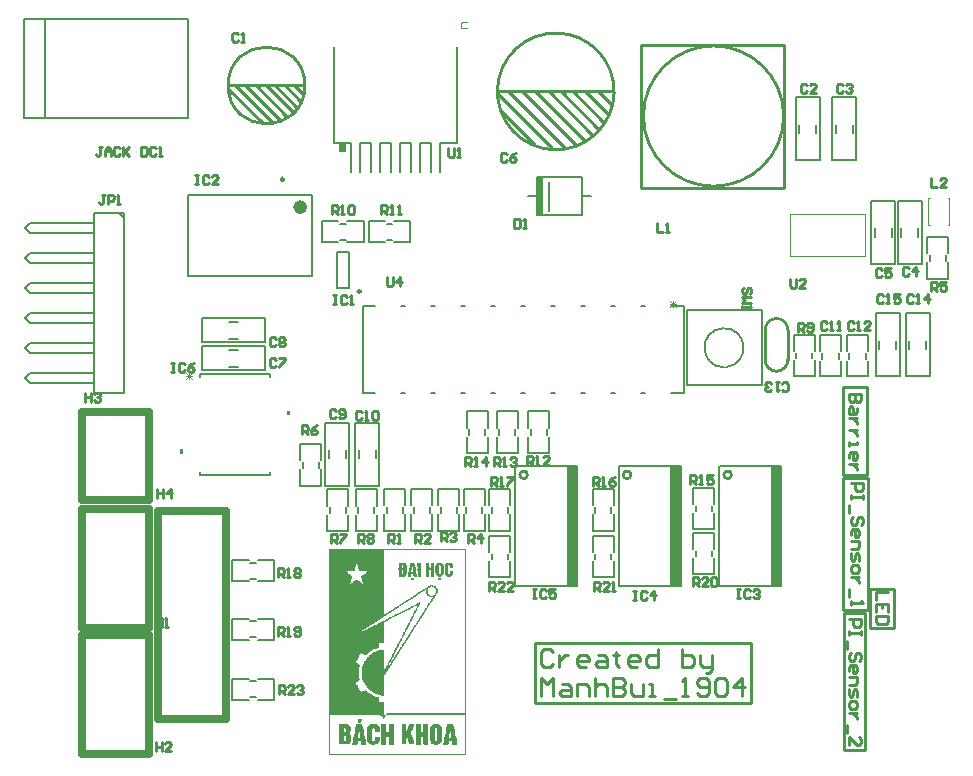
<source format=gto>
G04*
G04 #@! TF.GenerationSoftware,Altium Limited,Altium Designer,23.10.1 (27)*
G04*
G04 Layer_Color=65535*
%FSLAX25Y25*%
%MOIN*%
G70*
G04*
G04 #@! TF.SameCoordinates,35A5512B-BB22-45A0-ACD4-C44AAE3452D1*
G04*
G04*
G04 #@! TF.FilePolarity,Positive*
G04*
G01*
G75*
%ADD10C,0.01000*%
%ADD11C,0.00984*%
%ADD12C,0.02362*%
%ADD13C,0.00700*%
%ADD14C,0.00600*%
%ADD15C,0.00787*%
%ADD16C,0.02500*%
%ADD17C,0.00394*%
%ADD18C,0.00400*%
%ADD19C,0.00300*%
%ADD20R,0.03600X0.39900*%
%ADD21R,0.02000X0.12598*%
G36*
X89465Y201945D02*
X87102D01*
Y204701D01*
X89465D01*
Y201945D01*
D02*
G37*
G36*
X70861Y114089D02*
X69861D01*
Y115589D01*
X70861D01*
Y114089D01*
D02*
G37*
G36*
X35139Y101293D02*
X34139D01*
Y102793D01*
X35139D01*
Y101293D01*
D02*
G37*
G36*
X129584Y68646D02*
Y68442D01*
Y664D01*
X83788D01*
Y69460D01*
X129584D01*
Y68646D01*
D02*
G37*
%LPC*%
G36*
X93150Y64575D02*
X92947D01*
Y63965D01*
X92743D01*
Y63354D01*
X92540D01*
Y62743D01*
X92336D01*
Y62133D01*
X89690D01*
Y61726D01*
X90097D01*
Y61522D01*
X90301D01*
Y61319D01*
X90504D01*
Y61115D01*
X90708D01*
Y60912D01*
X91115D01*
Y60708D01*
X91319D01*
Y60504D01*
X91522D01*
Y60301D01*
X91726D01*
Y60097D01*
X91522D01*
Y59487D01*
X91319D01*
Y58876D01*
X91115D01*
Y58266D01*
X90912D01*
Y57858D01*
X91115D01*
Y58062D01*
X91319D01*
Y58266D01*
X91726D01*
Y58469D01*
X91929D01*
Y58673D01*
X92336D01*
Y58876D01*
X92540D01*
Y59080D01*
X92743D01*
Y59283D01*
X93354D01*
Y59080D01*
X93558D01*
Y58876D01*
X93965D01*
Y58673D01*
X94168D01*
Y58469D01*
X94575D01*
Y58266D01*
X94779D01*
Y58062D01*
X94982D01*
Y57858D01*
X95186D01*
Y58469D01*
X94982D01*
Y59080D01*
X94779D01*
Y59690D01*
X94575D01*
Y60504D01*
X94779D01*
Y60708D01*
X94982D01*
Y60912D01*
X95389D01*
Y61115D01*
X95593D01*
Y61319D01*
X96000D01*
Y61522D01*
X96204D01*
Y61726D01*
X96407D01*
Y61929D01*
X96611D01*
Y62133D01*
X93965D01*
Y62336D01*
X93761D01*
Y62947D01*
X93558D01*
Y63557D01*
X93354D01*
Y64168D01*
X93150D01*
Y64575D01*
D02*
G37*
G36*
X90912Y57858D02*
X90708D01*
Y57655D01*
X90912D01*
Y57858D01*
D02*
G37*
G36*
X118186Y57044D02*
X117982D01*
Y56841D01*
X117372D01*
Y56637D01*
X117168D01*
Y56434D01*
X116965D01*
Y56230D01*
X116761D01*
Y55620D01*
X116558D01*
Y55416D01*
X116761D01*
Y54805D01*
X116965D01*
Y54398D01*
X117168D01*
Y54195D01*
X117575D01*
Y53991D01*
X118593D01*
Y54195D01*
X119000D01*
Y54398D01*
X119203D01*
Y54805D01*
X119407D01*
Y55212D01*
X119611D01*
Y55823D01*
X119407D01*
Y56230D01*
X119203D01*
Y56434D01*
X119000D01*
Y56637D01*
X118797D01*
Y56841D01*
X118186D01*
Y57044D01*
D02*
G37*
G36*
X94982Y42186D02*
X94779D01*
Y41982D01*
X94982D01*
Y42186D01*
D02*
G37*
G36*
X94575Y41982D02*
X94372D01*
Y41779D01*
X94575D01*
Y41982D01*
D02*
G37*
G36*
X116150Y56027D02*
X115947D01*
Y55823D01*
X115743D01*
Y55620D01*
X115540D01*
Y55416D01*
X115133D01*
Y55212D01*
X114929D01*
Y55009D01*
X114522D01*
Y54805D01*
X114115D01*
Y54602D01*
X113911D01*
Y54398D01*
X113504D01*
Y54195D01*
X113301D01*
Y53991D01*
X112894D01*
Y53788D01*
X112690D01*
Y53584D01*
X112283D01*
Y53381D01*
X112080D01*
Y53177D01*
X111673D01*
Y52974D01*
X111266D01*
Y52770D01*
X111062D01*
Y52566D01*
X110655D01*
Y52363D01*
X110451D01*
Y52159D01*
X110044D01*
Y51956D01*
X109841D01*
Y51752D01*
X109434D01*
Y51549D01*
X109230D01*
Y51345D01*
X108823D01*
Y51142D01*
X108416D01*
Y50938D01*
X108212D01*
Y50735D01*
X107805D01*
Y50531D01*
X107602D01*
Y50327D01*
X107195D01*
Y50124D01*
X106991D01*
Y49920D01*
X106788D01*
Y49717D01*
X106380D01*
Y49513D01*
X105973D01*
Y49310D01*
X105770D01*
Y49106D01*
X105566D01*
Y48903D01*
X105159D01*
Y48699D01*
X104956D01*
Y48496D01*
X104549D01*
Y48292D01*
X104142D01*
Y48088D01*
X103938D01*
Y47885D01*
X103531D01*
Y47681D01*
X103124D01*
Y47478D01*
X102920D01*
Y47274D01*
X102513D01*
Y47071D01*
X102310D01*
Y46867D01*
X101903D01*
Y46664D01*
X101699D01*
Y46460D01*
X101292D01*
Y46257D01*
X100885D01*
Y46053D01*
X100681D01*
Y45850D01*
X100274D01*
Y45646D01*
X100071D01*
Y45443D01*
X99867D01*
Y45239D01*
X99460D01*
Y45035D01*
X99257D01*
Y44832D01*
X98850D01*
Y44628D01*
X98443D01*
Y44425D01*
X98239D01*
Y44221D01*
X97832D01*
Y44018D01*
X97628D01*
Y43814D01*
X97221D01*
Y43611D01*
X97018D01*
Y43407D01*
X96611D01*
Y43203D01*
X96407D01*
Y43000D01*
X96000D01*
Y42796D01*
X95593D01*
Y42593D01*
X95389D01*
Y42389D01*
X94982D01*
Y42186D01*
X95593D01*
Y42389D01*
X96000D01*
Y42593D01*
X96407D01*
Y42796D01*
X96814D01*
Y43000D01*
X97018D01*
Y43203D01*
X97425D01*
Y43407D01*
X97832D01*
Y43611D01*
X98239D01*
Y43814D01*
X98850D01*
Y44018D01*
X99257D01*
Y44221D01*
X99664D01*
Y44425D01*
X99867D01*
Y44628D01*
X100274D01*
Y44832D01*
X100681D01*
Y45035D01*
X101089D01*
Y45239D01*
X101496D01*
Y45443D01*
X101903D01*
Y45646D01*
X102513D01*
Y45850D01*
X102920D01*
Y46053D01*
X103124D01*
Y46257D01*
X103531D01*
Y46460D01*
X103938D01*
Y46664D01*
X104345D01*
Y46867D01*
X104752D01*
Y47071D01*
X105159D01*
Y47274D01*
X105566D01*
Y47478D01*
X105973D01*
Y47681D01*
X106380D01*
Y47885D01*
X106788D01*
Y48088D01*
X107195D01*
Y48292D01*
X107602D01*
Y48496D01*
X108009D01*
Y48699D01*
X108416D01*
Y48903D01*
X108823D01*
Y49106D01*
X109230D01*
Y49310D01*
X109637D01*
Y49513D01*
X110044D01*
Y49717D01*
X110451D01*
Y49920D01*
X110655D01*
Y50124D01*
X111062D01*
Y50327D01*
X111469D01*
Y50531D01*
X112080D01*
Y50735D01*
X112487D01*
Y50938D01*
X112894D01*
Y51142D01*
X113301D01*
Y51345D01*
X113504D01*
Y51549D01*
X113911D01*
Y51752D01*
X114319D01*
Y51345D01*
X114115D01*
Y50938D01*
X113911D01*
Y50531D01*
X113708D01*
Y50124D01*
X113504D01*
Y49717D01*
X113301D01*
Y49310D01*
X113097D01*
Y48903D01*
X112894D01*
Y48496D01*
X112690D01*
Y48088D01*
X112487D01*
Y47681D01*
X112283D01*
Y47274D01*
X112080D01*
Y46867D01*
X111876D01*
Y46460D01*
X111673D01*
Y46053D01*
X111469D01*
Y45646D01*
X111266D01*
Y45239D01*
X111062D01*
Y45035D01*
X110858D01*
Y44628D01*
X110655D01*
Y44221D01*
X110451D01*
Y43611D01*
X110248D01*
Y43203D01*
X110044D01*
Y42796D01*
X109841D01*
Y42389D01*
X109637D01*
Y42186D01*
X109434D01*
Y41779D01*
X109230D01*
Y41372D01*
X109027D01*
Y40965D01*
X108823D01*
Y40558D01*
X108619D01*
Y40150D01*
X108416D01*
Y39743D01*
X108212D01*
Y39336D01*
X108009D01*
Y38929D01*
X107805D01*
Y38522D01*
X107602D01*
Y38115D01*
X107398D01*
Y37708D01*
X107195D01*
Y37301D01*
X106991D01*
Y36894D01*
X106788D01*
Y36487D01*
X106584D01*
Y36080D01*
X106380D01*
Y35673D01*
X106177D01*
Y35265D01*
X105973D01*
Y35062D01*
X105770D01*
Y34655D01*
X105566D01*
Y34248D01*
X105363D01*
Y33637D01*
X105159D01*
Y33230D01*
X104956D01*
Y32823D01*
X104752D01*
Y32620D01*
X104549D01*
Y32212D01*
X104345D01*
Y31805D01*
X104142D01*
Y31398D01*
X103938D01*
Y30991D01*
X104142D01*
Y31195D01*
X104345D01*
Y31602D01*
X104549D01*
Y32009D01*
X104752D01*
Y32212D01*
X104956D01*
Y32620D01*
X105159D01*
Y32823D01*
X105363D01*
Y33230D01*
X105566D01*
Y33434D01*
X105770D01*
Y33841D01*
X105973D01*
Y34044D01*
X106177D01*
Y34451D01*
X106380D01*
Y34858D01*
X106584D01*
Y35062D01*
X106788D01*
Y35469D01*
X106991D01*
Y35673D01*
X107195D01*
Y36080D01*
X107398D01*
Y36283D01*
X107602D01*
Y36690D01*
X107805D01*
Y36894D01*
X108009D01*
Y37301D01*
X108212D01*
Y37708D01*
X108416D01*
Y37911D01*
X108619D01*
Y38319D01*
X108823D01*
Y38522D01*
X109027D01*
Y38929D01*
X109230D01*
Y39133D01*
X109434D01*
Y39540D01*
X109637D01*
Y39947D01*
X109841D01*
Y40150D01*
X110044D01*
Y40558D01*
X110248D01*
Y40761D01*
X110451D01*
Y41168D01*
X110655D01*
Y41372D01*
X110858D01*
Y41779D01*
X111062D01*
Y41982D01*
X111266D01*
Y42389D01*
X111469D01*
Y42796D01*
X111673D01*
Y43000D01*
X111876D01*
Y43407D01*
X112080D01*
Y43611D01*
X112283D01*
Y44018D01*
X112487D01*
Y44221D01*
X112690D01*
Y44425D01*
Y44628D01*
X112894D01*
Y44832D01*
X113097D01*
Y45239D01*
X113301D01*
Y45646D01*
X113504D01*
Y45850D01*
X113708D01*
Y46257D01*
X113911D01*
Y46460D01*
X114115D01*
Y46867D01*
X114319D01*
Y47071D01*
X114522D01*
Y47478D01*
X114726D01*
Y47681D01*
X114929D01*
Y48088D01*
X115133D01*
Y48496D01*
X115336D01*
Y48699D01*
X115540D01*
Y49106D01*
X115743D01*
Y49310D01*
X115947D01*
Y49717D01*
X116150D01*
Y49920D01*
X116354D01*
Y50327D01*
X116558D01*
Y50735D01*
X116761D01*
Y50938D01*
X116965D01*
Y51345D01*
X117168D01*
Y51549D01*
X117372D01*
Y51956D01*
X117575D01*
Y52159D01*
X117779D01*
Y52566D01*
X117982D01*
Y52770D01*
X118186D01*
Y53177D01*
X118389D01*
Y53381D01*
X117779D01*
Y53584D01*
X117168D01*
Y53788D01*
X116761D01*
Y53991D01*
X116558D01*
Y54195D01*
X116354D01*
Y54602D01*
X116150D01*
Y56027D01*
D02*
G37*
G36*
X103938Y30991D02*
X103735D01*
Y30584D01*
X103938D01*
Y30991D01*
D02*
G37*
G36*
X129177Y69053D02*
X102106D01*
Y67425D01*
Y67221D01*
Y47478D01*
X102310D01*
Y47681D01*
X102513D01*
Y47885D01*
X102920D01*
Y48088D01*
X103124D01*
Y48292D01*
X103531D01*
Y48496D01*
X103938D01*
Y48699D01*
X104142D01*
Y48903D01*
X104549D01*
Y49106D01*
X104752D01*
Y49310D01*
X105159D01*
Y49513D01*
X105363D01*
Y49717D01*
X105770D01*
Y49920D01*
X105973D01*
Y50124D01*
X106380D01*
Y50327D01*
X106584D01*
Y50531D01*
X106991D01*
Y50735D01*
X107195D01*
Y50938D01*
X107602D01*
Y51142D01*
X108009D01*
Y51345D01*
X108212D01*
Y51549D01*
X108619D01*
Y51752D01*
X108823D01*
Y51956D01*
X109230D01*
Y52159D01*
X109434D01*
Y52363D01*
X109841D01*
Y52566D01*
X110044D01*
Y52770D01*
X110451D01*
Y52974D01*
X110655D01*
Y53177D01*
X111062D01*
Y53381D01*
X111469D01*
Y53584D01*
X111673D01*
Y53788D01*
X112080D01*
Y53991D01*
X112283D01*
Y54195D01*
X112690D01*
Y54398D01*
X112894D01*
Y54602D01*
X113301D01*
Y54805D01*
X113504D01*
Y55009D01*
X113911D01*
Y55212D01*
X114319D01*
Y55416D01*
X114522D01*
Y55620D01*
X114929D01*
Y55823D01*
X115133D01*
Y56027D01*
X115336D01*
Y56230D01*
X115743D01*
Y56434D01*
X115947D01*
Y56637D01*
X116354D01*
Y56841D01*
X116761D01*
Y57044D01*
X116965D01*
Y57248D01*
X117575D01*
Y57451D01*
X118593D01*
Y57248D01*
X119000D01*
Y57044D01*
X119407D01*
Y56841D01*
X119611D01*
Y56637D01*
X119814D01*
Y56230D01*
X120018D01*
Y54805D01*
X119814D01*
Y54398D01*
X119611D01*
Y54195D01*
X119407D01*
Y53788D01*
X119203D01*
Y53584D01*
X119000D01*
Y53177D01*
X118797D01*
Y52974D01*
X118593D01*
Y52566D01*
X118389D01*
Y52159D01*
X118186D01*
Y51956D01*
X117982D01*
Y51549D01*
X117779D01*
Y51345D01*
X117575D01*
Y50938D01*
X117372D01*
Y50735D01*
X117168D01*
Y50327D01*
X116965D01*
Y49920D01*
X116761D01*
Y49717D01*
X116558D01*
Y49310D01*
X116354D01*
Y49106D01*
X116150D01*
Y48699D01*
X115947D01*
Y48496D01*
X115743D01*
Y48088D01*
X115540D01*
Y47885D01*
X115336D01*
Y47478D01*
X115133D01*
Y47071D01*
X114929D01*
Y46867D01*
X114726D01*
Y46460D01*
X114522D01*
Y46257D01*
X114319D01*
Y45850D01*
X114115D01*
Y45646D01*
X113911D01*
Y45239D01*
X113708D01*
Y45035D01*
X113504D01*
Y44628D01*
X113301D01*
Y44221D01*
X113097D01*
Y44018D01*
X112894D01*
Y43611D01*
X112690D01*
Y43407D01*
X112487D01*
Y43000D01*
X112283D01*
Y42796D01*
X112080D01*
Y42389D01*
X111876D01*
Y42186D01*
X111673D01*
Y41779D01*
X111469D01*
Y41372D01*
X111266D01*
Y41168D01*
X111062D01*
Y40761D01*
X110858D01*
Y40558D01*
X110655D01*
Y40150D01*
X110451D01*
Y39947D01*
X110248D01*
Y39540D01*
X110044D01*
Y39133D01*
X109841D01*
Y38929D01*
X109637D01*
Y38522D01*
X109434D01*
Y38319D01*
X109230D01*
Y37911D01*
X109027D01*
Y37708D01*
X108823D01*
Y37301D01*
X108619D01*
Y37097D01*
X108416D01*
Y36690D01*
X108212D01*
Y36283D01*
X108009D01*
Y36080D01*
X107805D01*
Y35673D01*
X107602D01*
Y35469D01*
X107398D01*
Y35062D01*
X107195D01*
Y34655D01*
X106991D01*
Y34451D01*
X106788D01*
Y34248D01*
X106584D01*
Y33841D01*
X106380D01*
Y33434D01*
X106177D01*
Y33230D01*
X105973D01*
Y32823D01*
X105770D01*
Y32620D01*
X105566D01*
Y32212D01*
X105363D01*
Y32009D01*
X105159D01*
Y31602D01*
X104956D01*
Y31398D01*
X104752D01*
Y30991D01*
X104549D01*
Y30584D01*
X104345D01*
Y30380D01*
X104142D01*
Y29974D01*
X103938D01*
Y29770D01*
X103735D01*
Y29363D01*
X103531D01*
Y29159D01*
X103327D01*
Y28752D01*
X103124D01*
Y28345D01*
X102920D01*
Y28142D01*
X102717D01*
Y27735D01*
X102513D01*
Y27531D01*
X102310D01*
Y27124D01*
X102106D01*
Y20611D01*
X101292D01*
Y20814D01*
X100274D01*
Y21018D01*
X99664D01*
Y21221D01*
X99053D01*
Y21425D01*
X98646D01*
Y21628D01*
X98443D01*
Y21832D01*
X98035D01*
Y22035D01*
X97832D01*
Y22239D01*
X97628D01*
Y22443D01*
X97425D01*
Y22646D01*
X97018D01*
Y22850D01*
X96814D01*
Y23053D01*
X96611D01*
Y23460D01*
X96407D01*
Y23664D01*
X96204D01*
Y23867D01*
X96000D01*
Y24274D01*
X95797D01*
Y24681D01*
X95593D01*
Y25089D01*
X95389D01*
Y25292D01*
X95186D01*
Y25903D01*
X94982D01*
Y26717D01*
X94779D01*
Y29770D01*
X94982D01*
Y30584D01*
X95186D01*
Y31195D01*
X95389D01*
Y31602D01*
X95593D01*
Y32009D01*
X95797D01*
Y32212D01*
X96000D01*
Y32620D01*
X96204D01*
Y32823D01*
X96407D01*
Y33230D01*
X96611D01*
Y33434D01*
X96814D01*
Y33637D01*
X97018D01*
Y33841D01*
X97221D01*
Y34044D01*
X97628D01*
Y34248D01*
X97832D01*
Y34451D01*
X98035D01*
Y34655D01*
X98239D01*
Y34858D01*
X98646D01*
Y35062D01*
X99053D01*
Y35265D01*
X99460D01*
Y35469D01*
X100274D01*
Y35673D01*
X101089D01*
Y35876D01*
X102106D01*
Y28956D01*
X102310D01*
Y29363D01*
X102513D01*
Y29770D01*
X102717D01*
Y29974D01*
X102920D01*
Y30380D01*
X103124D01*
Y30788D01*
X103327D01*
Y31398D01*
X103531D01*
Y31805D01*
X103735D01*
Y32212D01*
X103938D01*
Y32416D01*
X104142D01*
Y32823D01*
X104345D01*
Y33230D01*
X104549D01*
Y33637D01*
X104752D01*
Y34044D01*
X104956D01*
Y34451D01*
X105159D01*
Y34858D01*
X105363D01*
Y35469D01*
X105566D01*
Y35876D01*
X105770D01*
Y36080D01*
X105973D01*
Y36487D01*
X106177D01*
Y36894D01*
X106380D01*
Y37301D01*
X106584D01*
Y37708D01*
X106788D01*
Y38115D01*
X106991D01*
Y38522D01*
X107195D01*
Y38929D01*
X107398D01*
Y39336D01*
X107602D01*
Y39540D01*
X107805D01*
Y39947D01*
X108009D01*
Y40354D01*
X108212D01*
Y40761D01*
X108416D01*
Y41168D01*
X108619D01*
Y41779D01*
X108823D01*
Y41982D01*
X109027D01*
Y42389D01*
X109230D01*
Y42796D01*
X109434D01*
Y43203D01*
X109637D01*
Y43611D01*
X109841D01*
Y44018D01*
X110044D01*
Y44425D01*
X110248D01*
Y44832D01*
X110451D01*
Y45239D01*
X110655D01*
Y45646D01*
X110858D01*
Y46053D01*
X111062D01*
Y46460D01*
X111266D01*
Y46664D01*
X111469D01*
Y47071D01*
X111673D01*
Y47681D01*
X111876D01*
Y48088D01*
X112080D01*
Y48496D01*
X112283D01*
Y48903D01*
X112487D01*
Y49106D01*
X112690D01*
Y49513D01*
X112894D01*
Y49920D01*
X113097D01*
Y50327D01*
X113301D01*
Y50735D01*
X113097D01*
Y50531D01*
X112690D01*
Y50327D01*
X112283D01*
Y50124D01*
X111876D01*
Y49920D01*
X111469D01*
Y49717D01*
X111062D01*
Y49513D01*
X110655D01*
Y49310D01*
X110248D01*
Y49106D01*
X109841D01*
Y48903D01*
X109434D01*
Y48699D01*
X109027D01*
Y48496D01*
X108619D01*
Y48292D01*
X108212D01*
Y48088D01*
X107805D01*
Y47885D01*
X107398D01*
Y47681D01*
X106991D01*
Y47478D01*
X106584D01*
Y47274D01*
X106380D01*
Y47071D01*
X105973D01*
Y46867D01*
X105363D01*
Y46664D01*
X104956D01*
Y46460D01*
X104549D01*
Y46257D01*
X104142D01*
Y46053D01*
X103735D01*
Y45850D01*
X103531D01*
Y45646D01*
X103124D01*
Y45443D01*
X102717D01*
Y45239D01*
X102310D01*
Y45035D01*
X102106D01*
Y38319D01*
X100478D01*
Y36487D01*
X99867D01*
Y36283D01*
X99053D01*
Y36080D01*
X98646D01*
Y35876D01*
X98239D01*
Y35673D01*
X98035D01*
Y35469D01*
X97628D01*
Y35265D01*
X97425D01*
Y35062D01*
X97018D01*
Y34858D01*
X96814D01*
Y34655D01*
X96611D01*
Y34451D01*
X96407D01*
Y34248D01*
X96204D01*
Y34044D01*
X96000D01*
Y34248D01*
X95593D01*
Y34451D01*
X95186D01*
Y34655D01*
X94779D01*
Y34858D01*
X94575D01*
Y34655D01*
X94372D01*
Y34451D01*
X94168D01*
Y34044D01*
X93965D01*
Y33637D01*
X93761D01*
Y33230D01*
X93558D01*
Y32823D01*
X93354D01*
Y32620D01*
X93150D01*
Y32212D01*
X92947D01*
Y31805D01*
X92743D01*
Y31602D01*
X93150D01*
Y31398D01*
X93558D01*
Y31195D01*
X93761D01*
Y30991D01*
X93965D01*
Y30788D01*
X94168D01*
Y30177D01*
X93965D01*
Y29159D01*
X93761D01*
Y27327D01*
X93965D01*
Y26310D01*
X94168D01*
Y25699D01*
X93965D01*
Y25496D01*
X93558D01*
Y25292D01*
X93354D01*
Y25089D01*
X92947D01*
Y24885D01*
X92743D01*
Y24681D01*
X92947D01*
Y24274D01*
X93150D01*
Y24071D01*
X93354D01*
Y23664D01*
X93558D01*
Y23257D01*
X93761D01*
Y22850D01*
X93965D01*
Y22443D01*
X94168D01*
Y22239D01*
X94372D01*
Y21832D01*
X94982D01*
Y22035D01*
X95389D01*
Y22239D01*
X95797D01*
Y22443D01*
X96204D01*
Y22239D01*
X96407D01*
Y22035D01*
X96611D01*
Y21832D01*
X96814D01*
Y21628D01*
X97221D01*
Y21425D01*
X97425D01*
Y21221D01*
X97628D01*
Y21018D01*
X98035D01*
Y20814D01*
X98443D01*
Y20611D01*
X98850D01*
Y20407D01*
X99257D01*
Y20203D01*
X99867D01*
Y20000D01*
X100478D01*
Y18372D01*
X102106D01*
Y13894D01*
X102310D01*
Y14097D01*
X102513D01*
Y14301D01*
X102717D01*
Y14504D01*
X103124D01*
Y14708D01*
X129177D01*
Y69053D01*
D02*
G37*
G36*
Y14301D02*
X103327D01*
Y14097D01*
X102920D01*
Y13894D01*
X102717D01*
Y13690D01*
X102513D01*
Y13283D01*
X102310D01*
Y12876D01*
X101903D01*
Y13283D01*
X101699D01*
Y13487D01*
X101496D01*
Y13690D01*
X101292D01*
Y13894D01*
X100885D01*
Y14097D01*
X100478D01*
Y14301D01*
X84195D01*
Y1071D01*
X129177D01*
Y14301D01*
D02*
G37*
%LPD*%
G36*
X124496Y64779D02*
X124699D01*
Y64575D01*
X124903D01*
Y64372D01*
X125106D01*
Y63151D01*
X124089D01*
Y63965D01*
X123885D01*
Y64168D01*
X123478D01*
Y61115D01*
X123885D01*
Y61319D01*
X124089D01*
Y62133D01*
X125106D01*
Y60912D01*
X124903D01*
Y60708D01*
X124699D01*
Y60504D01*
X124496D01*
Y60301D01*
X123071D01*
Y60504D01*
X122867D01*
Y60708D01*
X122664D01*
Y60912D01*
X122460D01*
Y64372D01*
X122664D01*
Y64575D01*
X122867D01*
Y64779D01*
X123071D01*
Y64982D01*
X124496D01*
Y64779D01*
D02*
G37*
G36*
X118593D02*
X118797D01*
Y60301D01*
X117779D01*
Y62336D01*
X117168D01*
Y60301D01*
X116150D01*
Y64982D01*
X117168D01*
Y63354D01*
X117372D01*
Y63151D01*
X117779D01*
Y64982D01*
X118593D01*
Y64779D01*
D02*
G37*
G36*
X121239D02*
X121646D01*
Y64575D01*
X121850D01*
Y64168D01*
X122053D01*
Y61115D01*
X121850D01*
Y60708D01*
X121646D01*
Y60504D01*
X121239D01*
Y60301D01*
X120018D01*
Y60504D01*
X119814D01*
Y60708D01*
X119611D01*
Y60912D01*
X119407D01*
Y61522D01*
X119203D01*
Y63965D01*
X119407D01*
Y64372D01*
X119611D01*
Y64575D01*
X119814D01*
Y64779D01*
X120018D01*
Y64982D01*
X121239D01*
Y64779D01*
D02*
G37*
G36*
X114522Y60301D02*
X113504D01*
Y62133D01*
X113301D01*
Y62947D01*
X113504D01*
Y63557D01*
X113301D01*
Y64779D01*
X113504D01*
Y64982D01*
X114522D01*
Y60301D01*
D02*
G37*
G36*
X112283Y64779D02*
Y64372D01*
X112487D01*
Y63354D01*
X112690D01*
Y62336D01*
X112894D01*
Y61319D01*
X113097D01*
Y60301D01*
X112080D01*
Y60504D01*
X111876D01*
Y61115D01*
X111062D01*
Y60301D01*
X110044D01*
Y60912D01*
X110248D01*
Y61929D01*
X110451D01*
Y63151D01*
X110655D01*
Y64168D01*
X110858D01*
Y64982D01*
X112283D01*
Y64779D01*
D02*
G37*
G36*
X109027D02*
X109434D01*
Y64575D01*
X109637D01*
Y64168D01*
X109841D01*
Y61115D01*
X109637D01*
Y60708D01*
X109434D01*
Y60504D01*
X109027D01*
Y60301D01*
X106991D01*
Y62540D01*
X106788D01*
Y63151D01*
X106991D01*
Y64779D01*
X107195D01*
Y64982D01*
X109027D01*
Y64779D01*
D02*
G37*
G36*
X121239Y59283D02*
X120221D01*
Y59487D01*
Y59894D01*
X121239D01*
Y59283D01*
D02*
G37*
G36*
X112080D02*
X111062D01*
Y59894D01*
X112080D01*
Y59283D01*
D02*
G37*
%LPC*%
G36*
X120832Y64168D02*
X120425D01*
Y61522D01*
Y61319D01*
Y61115D01*
X120832D01*
Y61319D01*
X121035D01*
Y63965D01*
X120832D01*
Y64168D01*
D02*
G37*
G36*
X111673Y63557D02*
X111469D01*
Y62540D01*
X111266D01*
Y61929D01*
X111876D01*
Y62540D01*
X111673D01*
Y63557D01*
D02*
G37*
G36*
X108619Y64168D02*
X108212D01*
Y63151D01*
X108416D01*
Y62540D01*
X108212D01*
Y61319D01*
Y61115D01*
X108619D01*
Y64168D01*
D02*
G37*
%LPD*%
G36*
X94982Y12469D02*
X94779D01*
Y12062D01*
X94575D01*
Y11858D01*
X94372D01*
Y11451D01*
X93354D01*
Y12265D01*
X93558D01*
Y12673D01*
X94982D01*
Y12469D01*
D02*
G37*
G36*
X112283Y10637D02*
X112080D01*
Y10027D01*
X111876D01*
Y9619D01*
X111673D01*
Y9212D01*
X111469D01*
Y8805D01*
X111266D01*
Y8398D01*
X111062D01*
Y7991D01*
X111266D01*
Y7380D01*
X111469D01*
Y6973D01*
X111673D01*
Y6363D01*
X111876D01*
Y5752D01*
X112080D01*
Y4938D01*
X112283D01*
Y4327D01*
X110451D01*
Y5142D01*
X110248D01*
Y5345D01*
Y5752D01*
X110044D01*
Y6363D01*
X109841D01*
Y6159D01*
X109637D01*
Y4327D01*
X108009D01*
Y11044D01*
X109637D01*
Y8805D01*
X109841D01*
Y9416D01*
X110044D01*
Y10027D01*
X110248D01*
Y10434D01*
X110451D01*
Y11044D01*
X112283D01*
Y10637D01*
D02*
G37*
G36*
X116965Y4124D02*
X115336D01*
Y4327D01*
X115133D01*
Y6973D01*
X114522D01*
Y4124D01*
X112894D01*
Y11044D01*
X114522D01*
Y8602D01*
X115133D01*
Y11044D01*
X116965D01*
Y4124D01*
D02*
G37*
G36*
X105363D02*
X103735D01*
Y5752D01*
Y5956D01*
Y6973D01*
X102920D01*
Y4124D01*
X101292D01*
Y11044D01*
X102920D01*
Y8602D01*
X103735D01*
Y11044D01*
X105363D01*
Y4124D01*
D02*
G37*
G36*
X98850Y11044D02*
X99664D01*
Y10841D01*
X100071D01*
Y10637D01*
X100274D01*
Y10434D01*
X100478D01*
Y10027D01*
X100681D01*
Y8398D01*
X99053D01*
Y9619D01*
X98850D01*
Y9823D01*
X98443D01*
Y9619D01*
X98239D01*
Y5549D01*
X98443D01*
Y5345D01*
X98850D01*
Y5549D01*
X99053D01*
Y6973D01*
X100681D01*
Y5345D01*
X100478D01*
Y4938D01*
X100274D01*
Y4735D01*
X100071D01*
Y4531D01*
X99867D01*
Y4327D01*
X99257D01*
Y4124D01*
X97832D01*
Y4327D01*
X97425D01*
Y4531D01*
X97221D01*
Y4735D01*
X97018D01*
Y4938D01*
X96814D01*
Y5142D01*
X96611D01*
Y10027D01*
X96814D01*
Y10434D01*
X97018D01*
Y10637D01*
X97221D01*
Y10841D01*
X97628D01*
Y11044D01*
X98443D01*
Y11248D01*
X98850D01*
Y11044D01*
D02*
G37*
G36*
X90301Y10841D02*
X90504D01*
Y10637D01*
X90708D01*
Y10434D01*
X90912D01*
Y10027D01*
X91115D01*
Y8805D01*
X90912D01*
Y8195D01*
X90708D01*
Y7991D01*
X90504D01*
Y7788D01*
X90708D01*
Y7584D01*
X90912D01*
Y7380D01*
X91115D01*
Y5345D01*
Y5142D01*
X90912D01*
Y4735D01*
X90708D01*
Y4531D01*
X90301D01*
Y4327D01*
X87044D01*
Y11044D01*
X90301D01*
Y10841D01*
D02*
G37*
G36*
X125310Y10637D02*
X125513D01*
Y9416D01*
X125717D01*
Y8195D01*
X125920D01*
Y7177D01*
X126124D01*
Y6363D01*
X126327D01*
Y5345D01*
X126531D01*
Y4124D01*
X124903D01*
Y4327D01*
X124699D01*
Y5345D01*
X123681D01*
Y4531D01*
X123478D01*
Y4124D01*
X121850D01*
Y4938D01*
X122053D01*
Y5956D01*
X122257D01*
Y6973D01*
X122460D01*
Y7991D01*
X122664D01*
Y9009D01*
X122867D01*
Y10230D01*
X123071D01*
Y11044D01*
X125310D01*
Y10637D01*
D02*
G37*
G36*
X120425Y10841D02*
X120832D01*
Y10637D01*
X121035D01*
Y10434D01*
X121239D01*
Y10230D01*
X121442D01*
Y9619D01*
X121646D01*
Y5549D01*
X121442D01*
Y5142D01*
X121239D01*
Y4938D01*
X121035D01*
Y4735D01*
X120832D01*
Y4531D01*
X120628D01*
Y4327D01*
X120221D01*
Y4124D01*
X118797D01*
Y4327D01*
X118389D01*
Y4531D01*
X117982D01*
Y4735D01*
X117779D01*
Y5345D01*
X117575D01*
Y10027D01*
X117779D01*
Y10434D01*
X117982D01*
Y10637D01*
X118186D01*
Y10841D01*
X118593D01*
Y11044D01*
X120425D01*
Y10841D01*
D02*
G37*
G36*
X94982Y10637D02*
X95186D01*
Y10027D01*
Y9823D01*
Y9416D01*
X95389D01*
Y8195D01*
X95593D01*
Y7177D01*
X95797D01*
Y6159D01*
X96000D01*
Y5142D01*
X96204D01*
Y4124D01*
X94575D01*
Y4327D01*
X94372D01*
Y5345D01*
X93354D01*
Y4531D01*
X93150D01*
Y4124D01*
X91522D01*
Y4938D01*
X91726D01*
Y5956D01*
X91929D01*
Y6973D01*
X92133D01*
Y7991D01*
X92336D01*
Y9009D01*
X92540D01*
Y10230D01*
X92743D01*
Y11044D01*
X94982D01*
Y10637D01*
D02*
G37*
%LPC*%
G36*
X89283Y9823D02*
X88876D01*
Y9619D01*
X88673D01*
Y8602D01*
X88876D01*
Y8398D01*
X89283D01*
Y8602D01*
X89487D01*
Y8805D01*
Y9619D01*
X89283D01*
Y9823D01*
D02*
G37*
G36*
X89487Y7177D02*
X88673D01*
Y5956D01*
Y5752D01*
Y5549D01*
X88876D01*
Y5345D01*
X89080D01*
Y5549D01*
X89487D01*
Y7177D01*
D02*
G37*
G36*
X124292Y9619D02*
X124089D01*
Y7991D01*
X123885D01*
Y6566D01*
X124496D01*
Y8398D01*
X124292D01*
Y9619D01*
D02*
G37*
G36*
X119814Y9823D02*
X119203D01*
Y9619D01*
X119000D01*
Y7177D01*
Y6973D01*
Y5752D01*
X119203D01*
Y5549D01*
X119407D01*
Y5345D01*
X119611D01*
Y5549D01*
X119814D01*
Y9823D01*
D02*
G37*
G36*
X93965Y9619D02*
X93761D01*
Y7991D01*
X93558D01*
Y7788D01*
Y7584D01*
Y6566D01*
X94168D01*
Y8398D01*
X93965D01*
Y9619D01*
D02*
G37*
%LPD*%
D10*
X149997Y94203D02*
G03*
X149997Y94203I-1297J0D01*
G01*
X184497D02*
G03*
X184497Y94203I-1297J0D01*
G01*
X217997D02*
G03*
X217997Y94203I-1297J0D01*
G01*
X75795Y224000D02*
G03*
X75795Y224000I-12795J0D01*
G01*
X229242Y132542D02*
G03*
X236757Y132599I3758J-42D01*
G01*
X236758Y142558D02*
G03*
X229243Y142501I-3758J42D01*
G01*
X235391Y213815D02*
G03*
X235391Y213815I-23391J0D01*
G01*
X172746Y207863D02*
G03*
X172608Y207735I-13333J14166D01*
G01*
X255500Y2500D02*
Y48000D01*
X262500Y2500D02*
Y48000D01*
X255500Y2500D02*
X262500D01*
X255500Y48000D02*
X262500D01*
X152500Y18000D02*
X224500D01*
X152500Y38000D02*
X224500D01*
Y18000D02*
Y38000D01*
X152500Y18000D02*
Y38000D01*
X255000Y49000D02*
Y93000D01*
X263500Y49000D02*
Y93000D01*
X255000Y49000D02*
X263500D01*
X255000Y93000D02*
X263500D01*
X264000Y43000D02*
Y56000D01*
X272000Y43000D02*
Y56000D01*
X264000Y43000D02*
X272000D01*
X264000Y56000D02*
X272000D01*
X255000Y94000D02*
Y123500D01*
X263000Y94000D02*
Y123500D01*
X255000Y94000D02*
X263000D01*
X255000Y123500D02*
X263000D01*
X50400Y224000D02*
X75500D01*
X71400D02*
X72400D01*
X71300D02*
X72200D01*
X75200Y221000D01*
X68800Y224000D02*
X69000D01*
X74300Y218700D01*
X65200Y224000D02*
X65800D01*
X73200Y216600D01*
X62400Y224000D02*
X62700D01*
X71700Y215000D01*
X59200Y224000D02*
X59400D01*
X69900Y213500D01*
X55500Y224000D02*
X55900D01*
X67700Y212200D01*
X52600Y224000D02*
X65000Y211600D01*
X50200Y222900D02*
Y224300D01*
Y222900D02*
X61700Y211400D01*
X229200Y132800D02*
Y142400D01*
X236800Y132500D02*
Y142500D01*
X187984Y237437D02*
X235622D01*
X187984Y201217D02*
Y237437D01*
Y189799D02*
Y201217D01*
Y189799D02*
X235622D01*
Y237437D01*
X141000Y215500D02*
X152500Y204000D01*
X140000Y221000D02*
X158000Y203000D01*
X140000Y221000D02*
Y222000D01*
X143500D02*
X162500Y203000D01*
X148000Y222000D02*
X166000Y204000D01*
X146500Y222000D02*
X148000D01*
X152500D02*
X169000Y205500D01*
X152000Y222000D02*
X152500D01*
X157000D02*
X171500Y207500D01*
X155000Y222000D02*
X157000D01*
X161000D02*
X173500Y209500D01*
X160500Y222000D02*
X161000D01*
X165000D02*
X175500Y211500D01*
X169000Y222000D02*
X177000Y214000D01*
X167000Y222000D02*
X169000D01*
X173500D02*
X178000Y217500D01*
X171000Y222000D02*
X173500D01*
X140000D02*
X178500D01*
X154500Y20500D02*
Y26498D01*
X156499Y24498D01*
X158499Y26498D01*
Y20500D01*
X161498Y24498D02*
X163497D01*
X164497Y23499D01*
Y20500D01*
X161498D01*
X160498Y21499D01*
X161498Y22499D01*
X164497D01*
X166496Y20500D02*
Y24498D01*
X169495D01*
X170495Y23499D01*
Y20500D01*
X172494Y26498D02*
Y20500D01*
Y23499D01*
X173494Y24498D01*
X175493D01*
X176493Y23499D01*
Y20500D01*
X178492Y26498D02*
Y20500D01*
X181491D01*
X182491Y21499D01*
Y22499D01*
X181491Y23499D01*
X178492D01*
X181491D01*
X182491Y24498D01*
Y25498D01*
X181491Y26498D01*
X178492D01*
X184490Y24498D02*
Y21499D01*
X185490Y20500D01*
X188489D01*
Y24498D01*
X190488Y20500D02*
X192488D01*
X191488D01*
Y24498D01*
X190488D01*
X195487Y19500D02*
X199485D01*
X201485Y20500D02*
X203484D01*
X202484D01*
Y26498D01*
X201485Y25498D01*
X206483Y21499D02*
X207483Y20500D01*
X209482D01*
X210482Y21499D01*
Y25498D01*
X209482Y26498D01*
X207483D01*
X206483Y25498D01*
Y24498D01*
X207483Y23499D01*
X210482D01*
X212481Y25498D02*
X213481Y26498D01*
X215480D01*
X216480Y25498D01*
Y21499D01*
X215480Y20500D01*
X213481D01*
X212481Y21499D01*
Y25498D01*
X221478Y20500D02*
Y26498D01*
X218479Y23499D01*
X222478D01*
X158499Y34998D02*
X157499Y35997D01*
X155500D01*
X154500Y34998D01*
Y30999D01*
X155500Y29999D01*
X157499D01*
X158499Y30999D01*
X160498Y33998D02*
Y29999D01*
Y31999D01*
X161498Y32998D01*
X162497Y33998D01*
X163497D01*
X169495Y29999D02*
X167496D01*
X166496Y30999D01*
Y32998D01*
X167496Y33998D01*
X169495D01*
X170495Y32998D01*
Y31999D01*
X166496D01*
X173494Y33998D02*
X175493D01*
X176493Y32998D01*
Y29999D01*
X173494D01*
X172494Y30999D01*
X173494Y31999D01*
X176493D01*
X179492Y34998D02*
Y33998D01*
X178492D01*
X180492D01*
X179492D01*
Y30999D01*
X180492Y29999D01*
X186490D02*
X184490D01*
X183491Y30999D01*
Y32998D01*
X184490Y33998D01*
X186490D01*
X187489Y32998D01*
Y31999D01*
X183491D01*
X193487Y35997D02*
Y29999D01*
X190488D01*
X189489Y30999D01*
Y32998D01*
X190488Y33998D01*
X193487D01*
X201485Y35997D02*
Y29999D01*
X204484D01*
X205484Y30999D01*
Y31999D01*
Y32998D01*
X204484Y33998D01*
X201485D01*
X207483D02*
Y30999D01*
X208483Y29999D01*
X211482D01*
Y29000D01*
X210482Y28000D01*
X209482D01*
X211482Y29999D02*
Y33998D01*
X269999Y55000D02*
X266000D01*
Y52334D01*
X269999Y48335D02*
Y51001D01*
X266000D01*
Y48335D01*
X267999Y51001D02*
Y49668D01*
X269999Y47003D02*
X266000D01*
Y45003D01*
X266666Y44337D01*
X269332D01*
X269999Y45003D01*
Y47003D01*
X260999Y121000D02*
X257000D01*
Y119001D01*
X257666Y118334D01*
X258333D01*
X258999Y119001D01*
Y121000D01*
Y119001D01*
X259666Y118334D01*
X260332D01*
X260999Y119001D01*
Y121000D01*
X259666Y116335D02*
Y115002D01*
X258999Y114336D01*
X257000D01*
Y116335D01*
X257666Y117001D01*
X258333Y116335D01*
Y114336D01*
X259666Y113003D02*
X257000D01*
X258333D01*
X258999Y112336D01*
X259666Y111670D01*
Y111003D01*
Y109004D02*
X257000D01*
X258333D01*
X258999Y108337D01*
X259666Y107671D01*
Y107004D01*
X257000Y105005D02*
Y103672D01*
Y104339D01*
X259666D01*
Y105005D01*
X257000Y99674D02*
Y101006D01*
X257666Y101673D01*
X258999D01*
X259666Y101006D01*
Y99674D01*
X258999Y99007D01*
X258333D01*
Y101673D01*
X259666Y97674D02*
X257000D01*
X258333D01*
X258999Y97008D01*
X259666Y96341D01*
Y95675D01*
X257666Y91500D02*
X261665D01*
Y89501D01*
X260999Y88834D01*
X259666D01*
X258999Y89501D01*
Y91500D01*
X261665Y87501D02*
Y86168D01*
Y86835D01*
X257666D01*
Y87501D01*
Y86168D01*
X257000Y84169D02*
Y81503D01*
X260999Y77504D02*
X261665Y78171D01*
Y79504D01*
X260999Y80170D01*
X260332D01*
X259666Y79504D01*
Y78171D01*
X258999Y77504D01*
X258333D01*
X257666Y78171D01*
Y79504D01*
X258333Y80170D01*
X257666Y74172D02*
Y75505D01*
X258333Y76172D01*
X259666D01*
X260332Y75505D01*
Y74172D01*
X259666Y73506D01*
X258999D01*
Y76172D01*
X257666Y72173D02*
X260332D01*
Y70174D01*
X259666Y69507D01*
X257666D01*
Y68174D02*
Y66175D01*
X258333Y65508D01*
X258999Y66175D01*
Y67508D01*
X259666Y68174D01*
X260332Y67508D01*
Y65508D01*
X257666Y63509D02*
Y62176D01*
X258333Y61510D01*
X259666D01*
X260332Y62176D01*
Y63509D01*
X259666Y64175D01*
X258333D01*
X257666Y63509D01*
X260332Y60177D02*
X257666D01*
X258999D01*
X259666Y59510D01*
X260332Y58844D01*
Y58177D01*
X257000Y56178D02*
Y53512D01*
X257666Y52179D02*
Y50846D01*
Y51513D01*
X261665D01*
X260999Y52179D01*
X257166Y46000D02*
X261165D01*
Y44001D01*
X260499Y43334D01*
X259166D01*
X258499Y44001D01*
Y46000D01*
X261165Y42001D02*
Y40668D01*
Y41335D01*
X257166D01*
Y42001D01*
Y40668D01*
X256500Y38669D02*
Y36003D01*
X260499Y32004D02*
X261165Y32671D01*
Y34004D01*
X260499Y34670D01*
X259832D01*
X259166Y34004D01*
Y32671D01*
X258499Y32004D01*
X257833D01*
X257166Y32671D01*
Y34004D01*
X257833Y34670D01*
X257166Y28672D02*
Y30005D01*
X257833Y30672D01*
X259166D01*
X259832Y30005D01*
Y28672D01*
X259166Y28006D01*
X258499D01*
Y30672D01*
X257166Y26673D02*
X259832D01*
Y24674D01*
X259166Y24007D01*
X257166D01*
Y22674D02*
Y20675D01*
X257833Y20008D01*
X258499Y20675D01*
Y22008D01*
X259166Y22674D01*
X259832Y22008D01*
Y20008D01*
X257166Y18009D02*
Y16676D01*
X257833Y16010D01*
X259166D01*
X259832Y16676D01*
Y18009D01*
X259166Y18676D01*
X257833D01*
X257166Y18009D01*
X259832Y14677D02*
X257166D01*
X258499D01*
X259166Y14010D01*
X259832Y13344D01*
Y12677D01*
X256500Y10678D02*
Y8012D01*
X257166Y4014D02*
Y6679D01*
X259832Y4014D01*
X260499D01*
X261165Y4680D01*
Y6013D01*
X260499Y6679D01*
X103001Y160000D02*
Y157500D01*
X103501Y157001D01*
X104500D01*
X105000Y157500D01*
Y160000D01*
X107499Y157001D02*
Y160000D01*
X106000Y158500D01*
X107999D01*
X237501Y159500D02*
Y157000D01*
X238001Y156500D01*
X239000D01*
X239500Y157000D01*
Y159500D01*
X242499Y156500D02*
X240500D01*
X242499Y158500D01*
Y159000D01*
X241999Y159500D01*
X241000D01*
X240500Y159000D01*
X123501Y202999D02*
Y200500D01*
X124001Y200001D01*
X125000D01*
X125500Y200500D01*
Y202999D01*
X126500Y200001D02*
X127499D01*
X126999D01*
Y202999D01*
X126500Y202500D01*
X224000Y154499D02*
X224500Y154999D01*
Y155999D01*
X224000Y156499D01*
X223500D01*
X223000Y155999D01*
Y154999D01*
X222500Y154499D01*
X222000D01*
X221500Y154999D01*
Y155999D01*
X222000Y156499D01*
X224500Y153500D02*
X221500D01*
X222500Y152500D01*
X221500Y151500D01*
X224500D01*
X221500Y150501D02*
Y149501D01*
Y150001D01*
X224500D01*
X224000Y150501D01*
X67001Y21001D02*
Y24000D01*
X68501D01*
X69001Y23500D01*
Y22500D01*
X68501Y22000D01*
X67001D01*
X68001D02*
X69001Y21001D01*
X72000D02*
X70000D01*
X72000Y23000D01*
Y23500D01*
X71500Y24000D01*
X70500D01*
X70000Y23500D01*
X72999D02*
X73499Y24000D01*
X74499D01*
X74999Y23500D01*
Y23000D01*
X74499Y22500D01*
X73999D01*
X74499D01*
X74999Y22000D01*
Y21500D01*
X74499Y21001D01*
X73499D01*
X72999Y21500D01*
X137001Y55501D02*
Y58499D01*
X138501D01*
X139001Y58000D01*
Y57000D01*
X138501Y56500D01*
X137001D01*
X138001D02*
X139001Y55501D01*
X142000D02*
X140000D01*
X142000Y57500D01*
Y58000D01*
X141500Y58499D01*
X140500D01*
X140000Y58000D01*
X144999Y55501D02*
X142999D01*
X144999Y57500D01*
Y58000D01*
X144499Y58499D01*
X143499D01*
X142999Y58000D01*
X172001Y55501D02*
Y58499D01*
X173501D01*
X174001Y58000D01*
Y57000D01*
X173501Y56500D01*
X172001D01*
X173001D02*
X174001Y55501D01*
X176999D02*
X175000D01*
X176999Y57500D01*
Y58000D01*
X176500Y58499D01*
X175500D01*
X175000Y58000D01*
X177999Y55501D02*
X178999D01*
X178499D01*
Y58499D01*
X177999Y58000D01*
X205001Y57000D02*
Y60000D01*
X206501D01*
X207001Y59500D01*
Y58500D01*
X206501Y58000D01*
X205001D01*
X206001D02*
X207001Y57000D01*
X210000D02*
X208000D01*
X210000Y59000D01*
Y59500D01*
X209500Y60000D01*
X208500D01*
X208000Y59500D01*
X210999D02*
X211499Y60000D01*
X212499D01*
X212999Y59500D01*
Y57500D01*
X212499Y57000D01*
X211499D01*
X210999Y57500D01*
Y59500D01*
X66751Y40501D02*
Y43499D01*
X68251D01*
X68751Y43000D01*
Y42000D01*
X68251Y41500D01*
X66751D01*
X67751D02*
X68751Y40501D01*
X69750D02*
X70750D01*
X70250D01*
Y43499D01*
X69750Y43000D01*
X72249Y41000D02*
X72749Y40501D01*
X73749D01*
X74249Y41000D01*
Y43000D01*
X73749Y43499D01*
X72749D01*
X72249Y43000D01*
Y42500D01*
X72749Y42000D01*
X74249D01*
X66751Y60000D02*
Y62999D01*
X68251D01*
X68751Y62500D01*
Y61500D01*
X68251Y61000D01*
X66751D01*
X67751D02*
X68751Y60000D01*
X69750D02*
X70750D01*
X70250D01*
Y62999D01*
X69750Y62500D01*
X72249D02*
X72749Y62999D01*
X73749D01*
X74249Y62500D01*
Y62000D01*
X73749Y61500D01*
X74249Y61000D01*
Y60500D01*
X73749Y60000D01*
X72749D01*
X72249Y60500D01*
Y61000D01*
X72749Y61500D01*
X72249Y62000D01*
Y62500D01*
X72749Y61500D02*
X73749D01*
X137751Y90500D02*
Y93499D01*
X139251D01*
X139751Y93000D01*
Y92000D01*
X139251Y91500D01*
X137751D01*
X138751D02*
X139751Y90500D01*
X140750D02*
X141750D01*
X141250D01*
Y93499D01*
X140750Y93000D01*
X143249Y93499D02*
X145249D01*
Y93000D01*
X143249Y91000D01*
Y90500D01*
X171751D02*
Y93499D01*
X173251D01*
X173751Y93000D01*
Y92000D01*
X173251Y91500D01*
X171751D01*
X172751D02*
X173751Y90500D01*
X174750D02*
X175750D01*
X175250D01*
Y93499D01*
X174750Y93000D01*
X179249Y93499D02*
X178249Y93000D01*
X177249Y92000D01*
Y91000D01*
X177749Y90500D01*
X178749D01*
X179249Y91000D01*
Y91500D01*
X178749Y92000D01*
X177249D01*
X204251Y91000D02*
Y93999D01*
X205751D01*
X206251Y93500D01*
Y92500D01*
X205751Y92000D01*
X204251D01*
X205251D02*
X206251Y91000D01*
X207250D02*
X208250D01*
X207750D01*
Y93999D01*
X207250Y93500D01*
X211749Y93999D02*
X209749D01*
Y92500D01*
X210749Y93000D01*
X211249D01*
X211749Y92500D01*
Y91500D01*
X211249Y91000D01*
X210249D01*
X209749Y91500D01*
X129251Y97000D02*
Y99999D01*
X130751D01*
X131251Y99500D01*
Y98500D01*
X130751Y98000D01*
X129251D01*
X130251D02*
X131251Y97000D01*
X132250D02*
X133250D01*
X132750D01*
Y99999D01*
X132250Y99500D01*
X136249Y97000D02*
Y99999D01*
X134749Y98500D01*
X136749D01*
X138751Y97000D02*
Y99999D01*
X140251D01*
X140751Y99500D01*
Y98500D01*
X140251Y98000D01*
X138751D01*
X139751D02*
X140751Y97000D01*
X141750D02*
X142750D01*
X142250D01*
Y99999D01*
X141750Y99500D01*
X144249D02*
X144749Y99999D01*
X145749D01*
X146249Y99500D01*
Y99000D01*
X145749Y98500D01*
X145249D01*
X145749D01*
X146249Y98000D01*
Y97500D01*
X145749Y97000D01*
X144749D01*
X144249Y97500D01*
X149751Y97500D02*
Y100499D01*
X151251D01*
X151751Y100000D01*
Y99000D01*
X151251Y98500D01*
X149751D01*
X150751D02*
X151751Y97500D01*
X152750D02*
X153750D01*
X153250D01*
Y100499D01*
X152750Y100000D01*
X157249Y97500D02*
X155249D01*
X157249Y99500D01*
Y100000D01*
X156749Y100499D01*
X155749D01*
X155249Y100000D01*
X101251Y181000D02*
Y184000D01*
X102751D01*
X103250Y183500D01*
Y182500D01*
X102751Y182000D01*
X101251D01*
X102251D02*
X103250Y181000D01*
X104250D02*
X105250D01*
X104750D01*
Y184000D01*
X104250Y183500D01*
X106749Y181000D02*
X107749D01*
X107249D01*
Y184000D01*
X106749Y183500D01*
X84751Y181000D02*
Y184000D01*
X86251D01*
X86751Y183500D01*
Y182500D01*
X86251Y182000D01*
X84751D01*
X85751D02*
X86751Y181000D01*
X87750D02*
X88750D01*
X88250D01*
Y184000D01*
X87750Y183500D01*
X90249D02*
X90749Y184000D01*
X91749D01*
X92249Y183500D01*
Y181500D01*
X91749Y181000D01*
X90749D01*
X90249Y181500D01*
Y183500D01*
X240001Y141880D02*
Y144879D01*
X241500D01*
X242000Y144379D01*
Y143379D01*
X241500Y142880D01*
X240001D01*
X241001D02*
X242000Y141880D01*
X243000Y142380D02*
X243500Y141880D01*
X244499D01*
X244999Y142380D01*
Y144379D01*
X244499Y144879D01*
X243500D01*
X243000Y144379D01*
Y143879D01*
X243500Y143379D01*
X244999D01*
X93501Y71500D02*
Y74499D01*
X95000D01*
X95500Y74000D01*
Y73000D01*
X95000Y72500D01*
X93501D01*
X94500D02*
X95500Y71500D01*
X96500Y74000D02*
X97000Y74499D01*
X97999D01*
X98499Y74000D01*
Y73500D01*
X97999Y73000D01*
X98499Y72500D01*
Y72000D01*
X97999Y71500D01*
X97000D01*
X96500Y72000D01*
Y72500D01*
X97000Y73000D01*
X96500Y73500D01*
Y74000D01*
X97000Y73000D02*
X97999D01*
X84501Y71500D02*
Y74499D01*
X86000D01*
X86500Y74000D01*
Y73000D01*
X86000Y72500D01*
X84501D01*
X85501D02*
X86500Y71500D01*
X87500Y74499D02*
X89499D01*
Y74000D01*
X87500Y72000D01*
Y71500D01*
X74800Y107800D02*
Y110799D01*
X76300D01*
X76799Y110299D01*
Y109300D01*
X76300Y108800D01*
X74800D01*
X75800D02*
X76799Y107800D01*
X79798Y110799D02*
X78799Y110299D01*
X77799Y109300D01*
Y108300D01*
X78299Y107800D01*
X79299D01*
X79798Y108300D01*
Y108800D01*
X79299Y109300D01*
X77799D01*
X284501Y155500D02*
Y158500D01*
X286000D01*
X286500Y158000D01*
Y157000D01*
X286000Y156500D01*
X284501D01*
X285501D02*
X286500Y155500D01*
X289499Y158500D02*
X287500D01*
Y157000D01*
X288499Y157500D01*
X288999D01*
X289499Y157000D01*
Y156000D01*
X288999Y155500D01*
X288000D01*
X287500Y156000D01*
X130001Y71500D02*
Y74499D01*
X131500D01*
X132000Y74000D01*
Y73000D01*
X131500Y72500D01*
X130001D01*
X131000D02*
X132000Y71500D01*
X134499D02*
Y74499D01*
X133000Y73000D01*
X134999D01*
X121001Y72000D02*
Y74999D01*
X122500D01*
X123000Y74500D01*
Y73500D01*
X122500Y73000D01*
X121001D01*
X122001D02*
X123000Y72000D01*
X124000Y74500D02*
X124500Y74999D01*
X125499D01*
X125999Y74500D01*
Y74000D01*
X125499Y73500D01*
X124999D01*
X125499D01*
X125999Y73000D01*
Y72500D01*
X125499Y72000D01*
X124500D01*
X124000Y72500D01*
X112501Y71500D02*
Y74499D01*
X114000D01*
X114500Y74000D01*
Y73000D01*
X114000Y72500D01*
X112501D01*
X113500D02*
X114500Y71500D01*
X117499D02*
X115500D01*
X117499Y73500D01*
Y74000D01*
X116999Y74499D01*
X116000D01*
X115500Y74000D01*
X103501Y71500D02*
Y74499D01*
X105000D01*
X105500Y74000D01*
Y73000D01*
X105000Y72500D01*
X103501D01*
X104500D02*
X105500Y71500D01*
X106500D02*
X107499D01*
X107000D01*
Y74499D01*
X106500Y74000D01*
X284501Y192999D02*
Y190000D01*
X286500D01*
X289499D02*
X287500D01*
X289499Y192000D01*
Y192500D01*
X288999Y192999D01*
X288000D01*
X287500Y192500D01*
X193001Y177999D02*
Y175001D01*
X195000D01*
X196000D02*
X196999D01*
X196500D01*
Y177999D01*
X196000Y177500D01*
X9001Y187499D02*
X8001D01*
X8501D01*
Y185000D01*
X8001Y184501D01*
X7501D01*
X7001Y185000D01*
X10000Y184501D02*
Y187499D01*
X11500D01*
X11999Y187000D01*
Y186000D01*
X11500Y185500D01*
X10000D01*
X12999Y184501D02*
X13999D01*
X13499D01*
Y187499D01*
X12999Y187000D01*
X8003Y203500D02*
X7003D01*
X7503D01*
Y201000D01*
X7003Y200500D01*
X6503D01*
X6004Y201000D01*
X9003Y200500D02*
Y202500D01*
X10002Y203500D01*
X11002Y202500D01*
Y200500D01*
Y202000D01*
X9003D01*
X14001Y203000D02*
X13501Y203500D01*
X12502D01*
X12002Y203000D01*
Y201000D01*
X12502Y200500D01*
X13501D01*
X14001Y201000D01*
X15001Y203500D02*
Y200500D01*
Y201500D01*
X17000Y203500D01*
X15500Y202000D01*
X17000Y200500D01*
X20999Y203500D02*
Y200500D01*
X22498D01*
X22998Y201000D01*
Y203000D01*
X22498Y203500D01*
X20999D01*
X25997Y203000D02*
X25497Y203500D01*
X24498D01*
X23998Y203000D01*
Y201000D01*
X24498Y200500D01*
X25497D01*
X25997Y201000D01*
X26997Y200500D02*
X27996D01*
X27497D01*
Y203500D01*
X26997Y203000D01*
X31251Y131500D02*
X32251D01*
X31751D01*
Y128500D01*
X31251D01*
X32251D01*
X35750Y131000D02*
X35250Y131500D01*
X34250D01*
X33750Y131000D01*
Y129000D01*
X34250Y128500D01*
X35250D01*
X35750Y129000D01*
X38749Y131500D02*
X37749Y131000D01*
X36749Y130000D01*
Y129000D01*
X37249Y128500D01*
X38249D01*
X38749Y129000D01*
Y129500D01*
X38249Y130000D01*
X36749D01*
X151751Y55999D02*
X152751D01*
X152251D01*
Y53000D01*
X151751D01*
X152751D01*
X156250Y55500D02*
X155750Y55999D01*
X154750D01*
X154250Y55500D01*
Y53500D01*
X154750Y53000D01*
X155750D01*
X156250Y53500D01*
X159249Y55999D02*
X157249D01*
Y54500D01*
X158249Y55000D01*
X158749D01*
X159249Y54500D01*
Y53500D01*
X158749Y53000D01*
X157749D01*
X157249Y53500D01*
X185251Y55500D02*
X186251D01*
X185751D01*
Y52500D01*
X185251D01*
X186251D01*
X189750Y55000D02*
X189250Y55500D01*
X188250D01*
X187750Y55000D01*
Y53000D01*
X188250Y52500D01*
X189250D01*
X189750Y53000D01*
X192249Y52500D02*
Y55500D01*
X190749Y54000D01*
X192749D01*
X219751Y55999D02*
X220751D01*
X220251D01*
Y53000D01*
X219751D01*
X220751D01*
X224250Y55500D02*
X223750Y55999D01*
X222750D01*
X222250Y55500D01*
Y53500D01*
X222750Y53000D01*
X223750D01*
X224250Y53500D01*
X225249Y55500D02*
X225749Y55999D01*
X226749D01*
X227249Y55500D01*
Y55000D01*
X226749Y54500D01*
X226249D01*
X226749D01*
X227249Y54000D01*
Y53500D01*
X226749Y53000D01*
X225749D01*
X225249Y53500D01*
X39251Y194000D02*
X40251D01*
X39751D01*
Y191000D01*
X39251D01*
X40251D01*
X43750Y193500D02*
X43250Y194000D01*
X42250D01*
X41750Y193500D01*
Y191500D01*
X42250Y191000D01*
X43250D01*
X43750Y191500D01*
X46749Y191000D02*
X44749D01*
X46749Y193000D01*
Y193500D01*
X46249Y194000D01*
X45249D01*
X44749Y193500D01*
X85251Y153999D02*
X86251D01*
X85751D01*
Y151000D01*
X85251D01*
X86251D01*
X89750Y153500D02*
X89250Y153999D01*
X88250D01*
X87750Y153500D01*
Y151500D01*
X88250Y151000D01*
X89250D01*
X89750Y151500D01*
X90749Y151000D02*
X91749D01*
X91249D01*
Y153999D01*
X90749Y153500D01*
X2501Y121500D02*
Y118500D01*
Y120000D01*
X4500D01*
Y121500D01*
Y118500D01*
X5500Y121000D02*
X6000Y121500D01*
X6999D01*
X7499Y121000D01*
Y120500D01*
X6999Y120000D01*
X6499D01*
X6999D01*
X7499Y119500D01*
Y119000D01*
X6999Y118500D01*
X6000D01*
X5500Y119000D01*
X26600Y89499D02*
Y86500D01*
Y87999D01*
X28599D01*
Y89499D01*
Y86500D01*
X31099D02*
Y89499D01*
X29599Y87999D01*
X31598D01*
X26001Y5000D02*
Y2001D01*
Y3500D01*
X28000D01*
Y5000D01*
Y2001D01*
X30999D02*
X29000D01*
X30999Y4000D01*
Y4500D01*
X30499Y5000D01*
X29500D01*
X29000Y4500D01*
X26001Y46499D02*
Y43501D01*
Y45000D01*
X28000D01*
Y46499D01*
Y43501D01*
X29000D02*
X29999D01*
X29500D01*
Y46499D01*
X29000Y46000D01*
X145501Y179499D02*
Y176500D01*
X147000D01*
X147500Y177000D01*
Y179000D01*
X147000Y179499D01*
X145501D01*
X148500Y176500D02*
X149499D01*
X149000D01*
Y179499D01*
X148500Y179000D01*
X268599Y153899D02*
X268099Y154399D01*
X267100D01*
X266600Y153899D01*
Y151900D01*
X267100Y151400D01*
X268099D01*
X268599Y151900D01*
X269599Y151400D02*
X270599D01*
X270099D01*
Y154399D01*
X269599Y153899D01*
X274098Y154399D02*
X272098D01*
Y152900D01*
X273098Y153399D01*
X273598D01*
X274098Y152900D01*
Y151900D01*
X273598Y151400D01*
X272598D01*
X272098Y151900D01*
X278599Y153899D02*
X278099Y154399D01*
X277100D01*
X276600Y153899D01*
Y151900D01*
X277100Y151400D01*
X278099D01*
X278599Y151900D01*
X279599Y151400D02*
X280599D01*
X280099D01*
Y154399D01*
X279599Y153899D01*
X283598Y151400D02*
Y154399D01*
X282098Y152900D01*
X284098D01*
X234749Y122500D02*
X235249Y122001D01*
X236249D01*
X236749Y122500D01*
Y124500D01*
X236249Y124999D01*
X235249D01*
X234749Y124500D01*
X233750Y124999D02*
X232750D01*
X233250D01*
Y122001D01*
X233750Y122500D01*
X231251D02*
X230751Y122001D01*
X229751D01*
X229251Y122500D01*
Y123000D01*
X229751Y123500D01*
X230251D01*
X229751D01*
X229251Y124000D01*
Y124500D01*
X229751Y124999D01*
X230751D01*
X231251Y124500D01*
X258751Y144900D02*
X258251Y145399D01*
X257251D01*
X256751Y144900D01*
Y142900D01*
X257251Y142401D01*
X258251D01*
X258751Y142900D01*
X259750Y142401D02*
X260750D01*
X260250D01*
Y145399D01*
X259750Y144900D01*
X264249Y142401D02*
X262249D01*
X264249Y144400D01*
Y144900D01*
X263749Y145399D01*
X262749D01*
X262249Y144900D01*
X249750D02*
X249251Y145399D01*
X248251D01*
X247751Y144900D01*
Y142900D01*
X248251Y142401D01*
X249251D01*
X249750Y142900D01*
X250750Y142401D02*
X251750D01*
X251250D01*
Y145399D01*
X250750Y144900D01*
X253249Y142401D02*
X254249D01*
X253749D01*
Y145399D01*
X253249Y144900D01*
X94751Y115110D02*
X94251Y115610D01*
X93251D01*
X92751Y115110D01*
Y113111D01*
X93251Y112611D01*
X94251D01*
X94751Y113111D01*
X95750Y112611D02*
X96750D01*
X96250D01*
Y115610D01*
X95750Y115110D01*
X98249D02*
X98749Y115610D01*
X99749D01*
X100249Y115110D01*
Y113111D01*
X99749Y112611D01*
X98749D01*
X98249Y113111D01*
Y115110D01*
X86000Y115504D02*
X85500Y116004D01*
X84501D01*
X84001Y115504D01*
Y113504D01*
X84501Y113004D01*
X85500D01*
X86000Y113504D01*
X87000D02*
X87500Y113004D01*
X88499D01*
X88999Y113504D01*
Y115504D01*
X88499Y116004D01*
X87500D01*
X87000Y115504D01*
Y115004D01*
X87500Y114504D01*
X88999D01*
X66000Y139500D02*
X65500Y139999D01*
X64501D01*
X64001Y139500D01*
Y137500D01*
X64501Y137001D01*
X65500D01*
X66000Y137500D01*
X67000Y139500D02*
X67500Y139999D01*
X68499D01*
X68999Y139500D01*
Y139000D01*
X68499Y138500D01*
X68999Y138000D01*
Y137500D01*
X68499Y137001D01*
X67500D01*
X67000Y137500D01*
Y138000D01*
X67500Y138500D01*
X67000Y139000D01*
Y139500D01*
X67500Y138500D02*
X68499D01*
X66000Y132500D02*
X65500Y133000D01*
X64501D01*
X64001Y132500D01*
Y130500D01*
X64501Y130000D01*
X65500D01*
X66000Y130500D01*
X67000Y133000D02*
X68999D01*
Y132500D01*
X67000Y130500D01*
Y130000D01*
X143000Y201000D02*
X142500Y201500D01*
X141501D01*
X141001Y201000D01*
Y199000D01*
X141501Y198501D01*
X142500D01*
X143000Y199000D01*
X145999Y201500D02*
X145000Y201000D01*
X144000Y200000D01*
Y199000D01*
X144500Y198501D01*
X145499D01*
X145999Y199000D01*
Y199500D01*
X145499Y200000D01*
X144000D01*
X268000Y162500D02*
X267500Y162999D01*
X266501D01*
X266001Y162500D01*
Y160500D01*
X266501Y160001D01*
X267500D01*
X268000Y160500D01*
X270999Y162999D02*
X269000D01*
Y161500D01*
X270000Y162000D01*
X270499D01*
X270999Y161500D01*
Y160500D01*
X270499Y160001D01*
X269500D01*
X269000Y160500D01*
X277000Y163000D02*
X276500Y163499D01*
X275501D01*
X275001Y163000D01*
Y161000D01*
X275501Y160501D01*
X276500D01*
X277000Y161000D01*
X279499Y160501D02*
Y163499D01*
X278000Y162000D01*
X279999D01*
X255000Y224000D02*
X254500Y224500D01*
X253501D01*
X253001Y224000D01*
Y222000D01*
X253501Y221500D01*
X254500D01*
X255000Y222000D01*
X256000Y224000D02*
X256500Y224500D01*
X257499D01*
X257999Y224000D01*
Y223500D01*
X257499Y223000D01*
X256999D01*
X257499D01*
X257999Y222500D01*
Y222000D01*
X257499Y221500D01*
X256500D01*
X256000Y222000D01*
X243000Y224000D02*
X242500Y224500D01*
X241501D01*
X241001Y224000D01*
Y222000D01*
X241501Y221500D01*
X242500D01*
X243000Y222000D01*
X245999Y221500D02*
X244000D01*
X245999Y223500D01*
Y224000D01*
X245499Y224500D01*
X244500D01*
X244000Y224000D01*
X53500Y241000D02*
X53000Y241499D01*
X52000D01*
X51501Y241000D01*
Y239000D01*
X52000Y238500D01*
X53000D01*
X53500Y239000D01*
X54500Y238500D02*
X55499D01*
X55000D01*
Y241499D01*
X54500Y241000D01*
D11*
X94406Y155413D02*
G03*
X94406Y155413I-492J0D01*
G01*
X68839Y192701D02*
G03*
X68839Y192701I-492J0D01*
G01*
D12*
X75413Y183449D02*
G03*
X75413Y183449I-1181J0D01*
G01*
D13*
X216326Y130136D02*
G03*
X215500Y130083I-826J6447D01*
G01*
X57617Y45461D02*
X59417D01*
X57617Y40061D02*
X59417D01*
X57617Y64961D02*
X59417D01*
X57617Y59561D02*
X59417D01*
X57617Y25461D02*
X59417D01*
X57617Y20061D02*
X59417D01*
X145900Y57000D02*
Y94600D01*
Y57000D02*
X146000Y57100D01*
X166500D01*
Y97000D01*
X146000D02*
X166500D01*
X145900Y96900D02*
X146000Y97000D01*
X145900Y94600D02*
Y96900D01*
X162800Y57100D02*
X164200Y57200D01*
X180400Y57000D02*
Y94600D01*
Y57000D02*
X180500Y57100D01*
X201000D01*
Y97000D01*
X180500D02*
X201000D01*
X180400Y96900D02*
X180500Y97000D01*
X180400Y94600D02*
Y96900D01*
X197300Y57100D02*
X198700Y57200D01*
X156461Y107583D02*
Y109383D01*
X151061Y107583D02*
Y109383D01*
X213900Y57000D02*
Y94600D01*
Y57000D02*
X214000Y57100D01*
X234500D01*
Y97000D01*
X214000D02*
X234500D01*
X213900Y96900D02*
X214000Y97000D01*
X213900Y94600D02*
Y96900D01*
X230800Y57100D02*
X232200Y57200D01*
X145961Y107583D02*
Y109383D01*
X140561Y107583D02*
Y109383D01*
X135961Y107583D02*
Y109383D01*
X130561Y107583D02*
Y109383D01*
X206039Y67116D02*
Y68916D01*
X211439Y67116D02*
Y68916D01*
X138039Y66116D02*
Y67917D01*
X143439Y66116D02*
Y67917D01*
X138039Y81616D02*
Y83416D01*
X143439Y81616D02*
Y83416D01*
X172539Y81616D02*
Y83416D01*
X177939Y81616D02*
Y83416D01*
X172539Y66116D02*
Y67917D01*
X177939Y66116D02*
Y67917D01*
X121039Y81616D02*
Y83416D01*
X126439Y81616D02*
Y83416D01*
X112039Y81616D02*
Y83416D01*
X117439Y81616D02*
Y83416D01*
X103039Y81616D02*
Y83416D01*
X108439Y81616D02*
Y83416D01*
X129539Y81616D02*
Y83416D01*
X134939Y81616D02*
Y83416D01*
X206039Y82117D02*
Y83916D01*
X211439Y82117D02*
Y83916D01*
X98961Y81583D02*
Y83384D01*
X93561Y81583D02*
Y83384D01*
X89461Y81583D02*
Y83384D01*
X84061Y81583D02*
Y83384D01*
X75039Y96617D02*
Y98417D01*
X80439Y96617D02*
Y98417D01*
X262687Y132984D02*
Y134783D01*
X257287Y132984D02*
Y134783D01*
X239539Y133006D02*
Y134806D01*
X244939Y133006D02*
Y134806D01*
X284039Y165617D02*
Y167417D01*
X289439Y165617D02*
Y167417D01*
X-10772Y213000D02*
Y246000D01*
X-17772Y213000D02*
X36728D01*
X-17772Y246000D02*
X36728D01*
Y213000D02*
Y246000D01*
X-17772Y213000D02*
Y246000D01*
X87584Y172539D02*
X89384D01*
X87584Y177939D02*
X89384D01*
X103084Y172539D02*
X104884D01*
X103084Y177939D02*
X104884D01*
X253687Y132984D02*
Y134783D01*
X248287Y132984D02*
Y134783D01*
X228000Y124000D02*
Y149000D01*
X203000Y124000D02*
X228000D01*
X203000D02*
Y149000D01*
X228000D01*
X153000Y185400D02*
Y187000D01*
Y189100D01*
X157100Y182000D02*
Y191700D01*
X150000Y187000D02*
X153000D01*
X168000D02*
X171000D01*
X153000Y180902D02*
Y187000D01*
Y180902D02*
X168000D01*
Y193500D01*
X153000D02*
X168000D01*
X153000Y187000D02*
Y193500D01*
D14*
X187731Y121500D02*
X189269D01*
X177731D02*
X179269D01*
X167731D02*
X169269D01*
X157731D02*
X159269D01*
X147731D02*
X149269D01*
X137731D02*
X139269D01*
X127731D02*
X129269D01*
X117731D02*
X119269D01*
X107731D02*
X109269D01*
X95000Y150500D02*
X99269D01*
X107731D02*
X109269D01*
X117731D02*
X119269D01*
X127731D02*
X129269D01*
X137731D02*
X139269D01*
X147731D02*
X149269D01*
X157731D02*
X159269D01*
X167731D02*
X169269D01*
X177731D02*
X179269D01*
X187731D02*
X189240D01*
X197760D02*
X202000D01*
Y121500D02*
Y150500D01*
X95000Y121500D02*
X99269D01*
X95000D02*
Y150500D01*
X197731Y121500D02*
X202000D01*
X40976Y94161D02*
Y95109D01*
Y126891D02*
Y127839D01*
X64024D01*
Y94161D02*
Y95109D01*
X40976Y94161D02*
X64024D01*
Y126891D02*
Y127839D01*
D15*
X62500Y129000D02*
Y131100D01*
X41500Y129000D02*
X62500D01*
X50600Y135900D02*
X53400D01*
X50600Y130200D02*
X53400D01*
X41500Y129000D02*
Y137000D01*
X62500D01*
Y131100D02*
Y137000D01*
X51610Y39200D02*
Y46300D01*
Y39200D02*
X57056D01*
X51610Y46300D02*
X57056D01*
X60107D02*
X65390D01*
Y39200D02*
Y46300D01*
X60107Y39200D02*
X65390D01*
X51610Y58700D02*
Y65800D01*
Y58700D02*
X57056D01*
X51610Y65800D02*
X57056D01*
X60107D02*
X65390D01*
Y58700D02*
Y65800D01*
X60107Y58700D02*
X65390D01*
X51610Y19200D02*
Y26300D01*
Y19200D02*
X57056D01*
X51610Y26300D02*
X57056D01*
X60107D02*
X65390D01*
Y19200D02*
Y26300D01*
X60107Y19200D02*
X65390D01*
X150200Y115390D02*
X157300D01*
X150200Y109944D02*
Y115390D01*
X157300Y109944D02*
Y115390D01*
Y101610D02*
Y106893D01*
X150200Y101610D02*
X157300D01*
X150200D02*
Y106893D01*
X139700Y115390D02*
X146800D01*
X139700Y109944D02*
Y115390D01*
X146800Y109944D02*
Y115390D01*
Y101610D02*
Y106893D01*
X139700Y101610D02*
X146800D01*
X139700D02*
Y106893D01*
X129700Y115390D02*
X136800D01*
X129700Y109944D02*
Y115390D01*
X136800Y109944D02*
Y115390D01*
Y101610D02*
Y106893D01*
X129700Y101610D02*
X136800D01*
X129700D02*
Y106893D01*
X205200Y61110D02*
X212300D01*
Y66556D01*
X205200Y61110D02*
Y66556D01*
Y69607D02*
Y74890D01*
X212300D01*
Y69607D02*
Y74890D01*
X137200Y60110D02*
X144300D01*
Y65556D01*
X137200Y60110D02*
Y65556D01*
Y68607D02*
Y73890D01*
X144300D01*
Y68607D02*
Y73890D01*
X137200Y75610D02*
X144300D01*
Y81056D01*
X137200Y75610D02*
Y81056D01*
Y84107D02*
Y89390D01*
X144300D01*
Y84107D02*
Y89390D01*
X171700Y75610D02*
X178800D01*
Y81056D01*
X171700Y75610D02*
Y81056D01*
Y84107D02*
Y89390D01*
X178800D01*
Y84107D02*
Y89390D01*
X171700Y60110D02*
X178800D01*
Y65556D01*
X171700Y60110D02*
Y65556D01*
Y68607D02*
Y73890D01*
X178800D01*
Y68607D02*
Y73890D01*
X120200Y75610D02*
X127300D01*
Y81056D01*
X120200Y75610D02*
Y81056D01*
Y84107D02*
Y89390D01*
X127300D01*
Y84107D02*
Y89390D01*
X111200Y75610D02*
X118300D01*
Y81056D01*
X111200Y75610D02*
Y81056D01*
Y84107D02*
Y89390D01*
X118300D01*
Y84107D02*
Y89390D01*
X102200Y75610D02*
X109300D01*
Y81056D01*
X102200Y75610D02*
Y81056D01*
Y84107D02*
Y89390D01*
X109300D01*
Y84107D02*
Y89390D01*
X128700Y75610D02*
X135800D01*
Y81056D01*
X128700Y75610D02*
Y81056D01*
Y84107D02*
Y89390D01*
X135800D01*
Y84107D02*
Y89390D01*
X205200Y76110D02*
X212300D01*
Y81556D01*
X205200Y76110D02*
Y81556D01*
Y84607D02*
Y89890D01*
X212300D01*
Y84607D02*
Y89890D01*
X92700Y89390D02*
X99800D01*
X92700Y83944D02*
Y89390D01*
X99800Y83944D02*
Y89390D01*
Y75610D02*
Y80893D01*
X92700Y75610D02*
X99800D01*
X92700D02*
Y80893D01*
X83200Y89390D02*
X90300D01*
X83200Y83944D02*
Y89390D01*
X90300Y83944D02*
Y89390D01*
Y75610D02*
Y80893D01*
X83200Y75610D02*
X90300D01*
X83200D02*
Y80893D01*
X74200Y90610D02*
X81300D01*
Y96056D01*
X74200Y90610D02*
Y96056D01*
Y99107D02*
Y104390D01*
X81300D01*
Y99107D02*
Y104390D01*
X92500Y90610D02*
X94600D01*
X92500D02*
Y111610D01*
X99400Y99710D02*
Y102510D01*
X93700Y99710D02*
Y102510D01*
X92500Y111610D02*
X100500D01*
Y90610D02*
Y111610D01*
X94600Y90610D02*
X100500D01*
X88542Y111610D02*
X90642D01*
Y90610D02*
Y111610D01*
X83742Y99710D02*
Y102510D01*
X89442Y99710D02*
Y102510D01*
X82643Y90610D02*
X90642D01*
X82643D02*
Y111610D01*
X88542D01*
X41500Y144400D02*
Y146500D01*
X62500D01*
X50600Y139600D02*
X53400D01*
X50600Y145300D02*
X53400D01*
X62500Y138500D02*
Y146500D01*
X41500Y138500D02*
X62500D01*
X41500D02*
Y144400D01*
X263500Y127000D02*
Y132293D01*
Y135344D02*
Y140800D01*
X256500Y135344D02*
Y140800D01*
Y127000D02*
Y132293D01*
Y140800D02*
X263500D01*
X256500Y127000D02*
X263500D01*
X238700D02*
X245800D01*
Y132446D01*
X238700Y127000D02*
Y132446D01*
Y135497D02*
Y140779D01*
X245800D01*
Y135497D02*
Y140779D01*
X283200Y159610D02*
X290300D01*
Y165056D01*
X283200Y159610D02*
Y165056D01*
Y168107D02*
Y173390D01*
X290300D01*
Y168107D02*
Y173390D01*
X279400Y185500D02*
X281500D01*
Y164500D02*
Y185500D01*
X274600Y173600D02*
Y176400D01*
X280300Y173600D02*
Y176400D01*
X273500Y164500D02*
X281500D01*
X273500D02*
Y185500D01*
X279400D01*
X251500Y199000D02*
X253600D01*
X251500D02*
Y220000D01*
X258400Y208100D02*
Y210900D01*
X252700Y208100D02*
Y210900D01*
X251500Y220000D02*
X259500D01*
Y199000D02*
Y220000D01*
X253600Y199000D02*
X259500D01*
X245400Y220000D02*
X247500D01*
Y199000D02*
Y220000D01*
X240600Y208100D02*
Y210900D01*
X246300Y208100D02*
Y210900D01*
X239500Y199000D02*
X247500D01*
X239500D02*
Y220000D01*
X245400D01*
X-17405Y176500D02*
X-15739Y174833D01*
X-17405Y166500D02*
X-15739Y168167D01*
X-17405Y166500D02*
X-15739Y164833D01*
X-17405Y176500D02*
X-15739Y178167D01*
X13761Y181333D02*
X15428Y179667D01*
X15595Y121500D02*
Y181500D01*
X5595D02*
X15595D01*
X5595Y121500D02*
X15595D01*
X5595D02*
Y181500D01*
X-15739Y178167D02*
X5494D01*
X-15739Y174833D02*
X5595D01*
X-15739Y168167D02*
X5494D01*
X-15739Y164833D02*
X5494D01*
X-17405Y156500D02*
X-15739Y154833D01*
X-17405Y146500D02*
X-15739Y148167D01*
X-17405Y146500D02*
X-15739Y144833D01*
X-17405Y156500D02*
X-15739Y158167D01*
X5494D01*
X-15739Y154833D02*
X5595D01*
X-15739Y148167D02*
X5494D01*
X-15739Y144833D02*
X5494D01*
X-17405Y136500D02*
X-15739Y134833D01*
X-17405Y126500D02*
X-15739Y128167D01*
X-17405Y126500D02*
X-15739Y124833D01*
X-17405Y136500D02*
X-15739Y138167D01*
X5494D01*
X-15739Y134833D02*
X5595D01*
X-15739Y128167D02*
X5494D01*
X-15739Y124833D02*
X5494D01*
X95390Y171700D02*
Y178800D01*
X89944D02*
X95390D01*
X89944Y171700D02*
X95390D01*
X81610D02*
X86893D01*
X81610D02*
Y178800D01*
X86893D01*
X110890Y171700D02*
Y178800D01*
X105444D02*
X110890D01*
X105444Y171700D02*
X110890D01*
X97110D02*
X102393D01*
X97110D02*
Y178800D01*
X102393D01*
X126472Y204701D02*
Y236984D01*
X85528Y204701D02*
Y236984D01*
Y204701D02*
X91039D01*
Y195252D02*
Y204701D01*
X94189Y195252D02*
Y204701D01*
X97732D01*
Y195252D02*
Y204701D01*
X100882Y195252D02*
Y204701D01*
X104425D01*
Y195252D02*
Y204701D01*
X107575Y195252D02*
Y204701D01*
X111118D01*
Y195252D02*
Y204701D01*
X114268Y195252D02*
Y204701D01*
X117811D01*
Y195252D02*
Y204701D01*
X120961Y195252D02*
Y204701D01*
X126472D01*
X86532Y156398D02*
X90469D01*
X86532Y168602D02*
X90469D01*
Y156398D02*
Y168602D01*
X86532Y156398D02*
Y168602D01*
X36831Y187386D02*
X78169D01*
X36831Y160614D02*
X78169D01*
Y187386D01*
X36831Y160614D02*
Y187386D01*
X254500Y127000D02*
Y132293D01*
Y135344D02*
Y140800D01*
X247500Y135344D02*
Y140800D01*
Y127000D02*
Y132293D01*
Y140800D02*
X254500D01*
X247500Y127000D02*
X254500D01*
X264500Y164500D02*
X266600D01*
X264500D02*
Y185500D01*
X271400Y173600D02*
Y176400D01*
X265700Y173600D02*
Y176400D01*
X264500Y185500D02*
X272500D01*
Y164500D02*
Y185500D01*
X266600Y164500D02*
X272500D01*
X266000Y127000D02*
X268100D01*
X266000D02*
Y148000D01*
X272900Y136100D02*
Y138900D01*
X267200Y136100D02*
Y138900D01*
X266000Y148000D02*
X274000D01*
Y127000D02*
Y148000D01*
X268100Y127000D02*
X274000D01*
X281900Y148000D02*
X284000D01*
Y127000D02*
Y148000D01*
X277100Y136100D02*
Y138900D01*
X282800Y136100D02*
Y138900D01*
X276000Y127000D02*
X284000D01*
X276000D02*
Y148000D01*
X281900D01*
D16*
X1378Y85736D02*
X23898D01*
X1378D02*
Y115264D01*
X23898D01*
Y85736D02*
Y115264D01*
X1378Y43236D02*
X23898D01*
X1378D02*
Y82764D01*
X23898D01*
Y43236D02*
Y82764D01*
X1378Y1236D02*
X23898D01*
X1378D02*
Y40764D01*
X23898D01*
Y1236D02*
Y40764D01*
X26878Y12736D02*
X49398D01*
X26878D02*
Y82264D01*
X49398D01*
Y12736D02*
Y82264D01*
D17*
X262500Y167000D02*
Y181000D01*
X237500D02*
X262500D01*
X237500Y167000D02*
Y181000D01*
Y167000D02*
X262500D01*
D18*
X283500Y186500D02*
X284000D01*
X283500Y177500D02*
Y186500D01*
Y177500D02*
X284000D01*
X290000Y186500D02*
X290500D01*
Y177500D02*
Y186500D01*
X290000Y177500D02*
X290500D01*
D19*
X199449Y152250D02*
X197450Y150251D01*
Y152250D02*
X199449Y150251D01*
X198450Y152250D02*
Y150251D01*
X197450Y151250D02*
X199449D01*
X36175Y128140D02*
X38175Y126141D01*
X36175D02*
X38175Y128140D01*
X36175Y127140D02*
X38175D01*
X37175Y126141D02*
Y128140D01*
X129799Y245000D02*
X128300D01*
X127800Y244500D01*
Y243001D01*
X129799D01*
D20*
X164700Y76943D02*
D03*
X199200D02*
D03*
X232700D02*
D03*
D21*
X154000Y187201D02*
D03*
M02*

</source>
